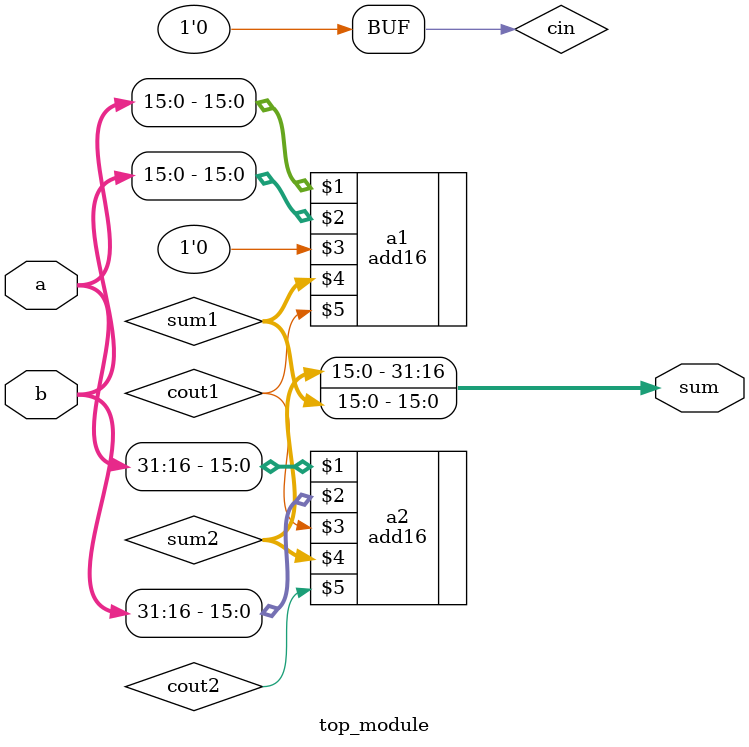
<source format=v>
module top_module(
    input [31:0] a,
    input [31:0] b,
    output [31:0] sum
);
    wire cin,cout1,cout2;
    wire [15:0] sum1,sum2;
    assign cin=0;
    add16 a1(a[15:0],b[15:0],cin,sum1[15:0],cout1);
    add16 a2(a[31:16],b[31:16],cout1,sum2[15:0],cout2);
    assign sum={sum2[15:0],sum1[15:0]};
endmodule

</source>
